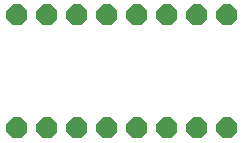
<source format=gbl>
G75*
%MOIN*%
%OFA0B0*%
%FSLAX25Y25*%
%IPPOS*%
%LPD*%
%AMOC8*
5,1,8,0,0,1.08239X$1,22.5*
%
%ADD10OC8,0.07000*%
D10*
X0011800Y0007863D03*
X0021800Y0007863D03*
X0031800Y0007863D03*
X0041800Y0007863D03*
X0051800Y0007863D03*
X0061800Y0007863D03*
X0071800Y0007863D03*
X0081800Y0007863D03*
X0081800Y0045737D03*
X0071800Y0045737D03*
X0061800Y0045737D03*
X0051800Y0045737D03*
X0041800Y0045737D03*
X0031800Y0045737D03*
X0021800Y0045737D03*
X0011800Y0045737D03*
M02*

</source>
